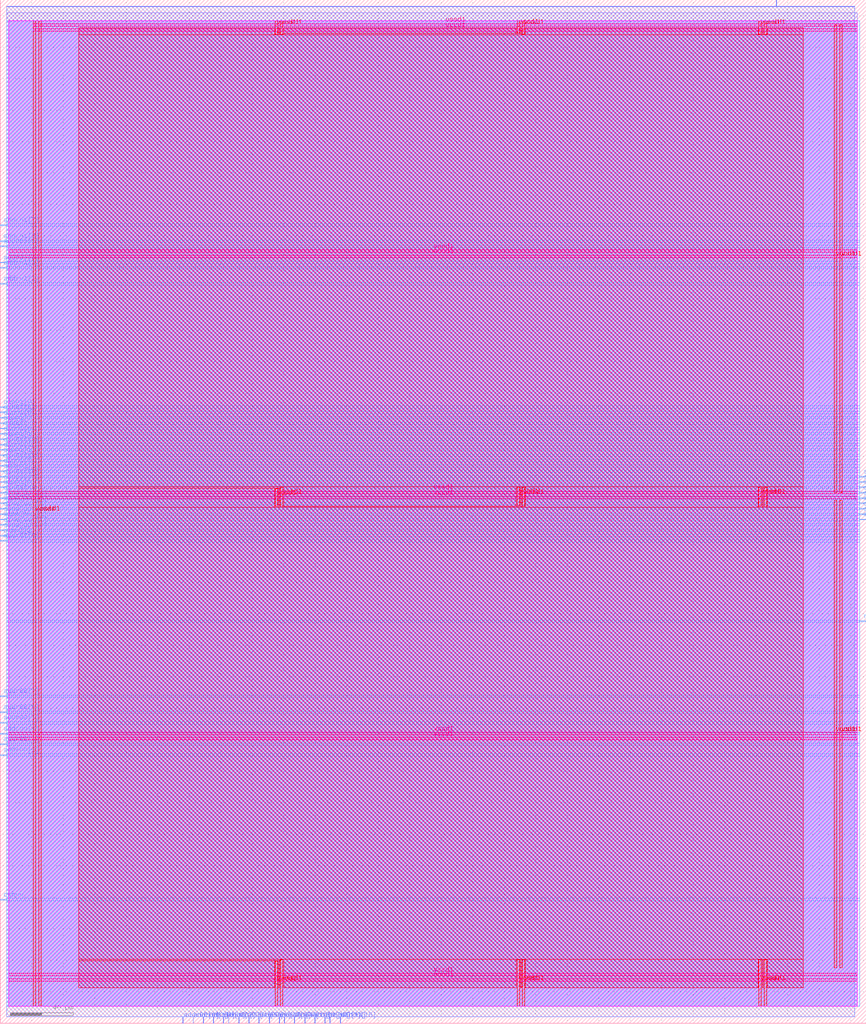
<source format=lef>
VERSION 5.7 ;
  NOWIREEXTENSIONATPIN ON ;
  DIVIDERCHAR "/" ;
  BUSBITCHARS "[]" ;
MACRO counter
  CLASS BLOCK ;
  FOREIGN counter ;
  ORIGIN 0.000 0.000 ;
  SIZE 550.000 BY 650.000 ;
  PIN addr00[0]
    DIRECTION INPUT ;
    USE SIGNAL ;
    ANTENNAGATEAREA 0.631200 ;
    ANTENNADIFFAREA 0.434700 ;
    PORT
      LAYER met2 ;
        RECT 116.010 0.000 116.290 4.000 ;
    END
  END addr00[0]
  PIN addr00[1]
    DIRECTION INPUT ;
    USE SIGNAL ;
    ANTENNAGATEAREA 0.631200 ;
    ANTENNADIFFAREA 0.434700 ;
    PORT
      LAYER met2 ;
        RECT 122.450 0.000 122.730 4.000 ;
    END
  END addr00[1]
  PIN addr00[2]
    DIRECTION INPUT ;
    USE SIGNAL ;
    ANTENNAGATEAREA 0.631200 ;
    ANTENNADIFFAREA 0.434700 ;
    PORT
      LAYER met3 ;
        RECT 0.000 170.040 4.000 170.640 ;
    END
  END addr00[2]
  PIN addr00[3]
    DIRECTION INPUT ;
    USE SIGNAL ;
    ANTENNAGATEAREA 0.631200 ;
    ANTENNADIFFAREA 0.434700 ;
    PORT
      LAYER met3 ;
        RECT 0.000 176.840 4.000 177.440 ;
    END
  END addr00[3]
  PIN addr00[4]
    DIRECTION INPUT ;
    USE SIGNAL ;
    ANTENNAGATEAREA 0.631200 ;
    ANTENNADIFFAREA 0.434700 ;
    PORT
      LAYER met3 ;
        RECT 0.000 183.640 4.000 184.240 ;
    END
  END addr00[4]
  PIN addr00[5]
    DIRECTION INPUT ;
    USE SIGNAL ;
    ANTENNAGATEAREA 0.631200 ;
    ANTENNADIFFAREA 0.434700 ;
    PORT
      LAYER met3 ;
        RECT 0.000 190.440 4.000 191.040 ;
    END
  END addr00[5]
  PIN addr00[6]
    DIRECTION INPUT ;
    USE SIGNAL ;
    ANTENNAGATEAREA 0.631200 ;
    ANTENNADIFFAREA 0.434700 ;
    PORT
      LAYER met3 ;
        RECT 0.000 197.240 4.000 197.840 ;
    END
  END addr00[6]
  PIN addr00[7]
    DIRECTION INPUT ;
    USE SIGNAL ;
    ANTENNAGATEAREA 0.631200 ;
    ANTENNADIFFAREA 0.434700 ;
    PORT
      LAYER met3 ;
        RECT 0.000 207.440 4.000 208.040 ;
    END
  END addr00[7]
  PIN addr01[0]
    DIRECTION INPUT ;
    USE SIGNAL ;
    ANTENNAGATEAREA 0.647700 ;
    ANTENNADIFFAREA 0.434700 ;
    PORT
      LAYER met3 ;
        RECT 0.000 306.040 4.000 306.640 ;
    END
  END addr01[0]
  PIN addr01[1]
    DIRECTION INPUT ;
    USE SIGNAL ;
    ANTENNAGATEAREA 0.560700 ;
    ANTENNADIFFAREA 0.434700 ;
    PORT
      LAYER met3 ;
        RECT 0.000 350.240 4.000 350.840 ;
    END
  END addr01[1]
  PIN addr01[2]
    DIRECTION INPUT ;
    USE SIGNAL ;
    ANTENNAGATEAREA 0.631200 ;
    ANTENNADIFFAREA 0.434700 ;
    PORT
      LAYER met3 ;
        RECT 0.000 469.240 4.000 469.840 ;
    END
  END addr01[2]
  PIN addr01[3]
    DIRECTION INPUT ;
    USE SIGNAL ;
    ANTENNAGATEAREA 0.631200 ;
    ANTENNADIFFAREA 0.434700 ;
    PORT
      LAYER met3 ;
        RECT 0.000 479.440 4.000 480.040 ;
    END
  END addr01[3]
  PIN addr01[4]
    DIRECTION INPUT ;
    USE SIGNAL ;
    ANTENNAGATEAREA 0.631200 ;
    ANTENNADIFFAREA 0.434700 ;
    PORT
      LAYER met3 ;
        RECT 0.000 482.840 4.000 483.440 ;
    END
  END addr01[4]
  PIN addr01[5]
    DIRECTION INPUT ;
    USE SIGNAL ;
    ANTENNAGATEAREA 0.631200 ;
    ANTENNADIFFAREA 0.434700 ;
    PORT
      LAYER met3 ;
        RECT 0.000 493.040 4.000 493.640 ;
    END
  END addr01[5]
  PIN addr01[6]
    DIRECTION INPUT ;
    USE SIGNAL ;
    ANTENNAGATEAREA 0.631200 ;
    ANTENNADIFFAREA 0.434700 ;
    PORT
      LAYER met3 ;
        RECT 0.000 496.440 4.000 497.040 ;
    END
  END addr01[6]
  PIN addr01[7]
    DIRECTION INPUT ;
    USE SIGNAL ;
    ANTENNAGATEAREA 0.631200 ;
    ANTENNADIFFAREA 0.434700 ;
    PORT
      LAYER met3 ;
        RECT 0.000 506.640 4.000 507.240 ;
    END
  END addr01[7]
  PIN clk
    DIRECTION INPUT ;
    USE SIGNAL ;
    ANTENNAGATEAREA 1.286700 ;
    ANTENNADIFFAREA 0.434700 ;
    PORT
      LAYER met2 ;
        RECT 492.750 646.000 493.030 650.000 ;
    END
  END clk
  PIN csb00
    DIRECTION INPUT ;
    USE SIGNAL ;
    ANTENNAGATEAREA 0.631200 ;
    ANTENNADIFFAREA 0.434700 ;
    PORT
      LAYER met3 ;
        RECT 0.000 78.240 4.000 78.840 ;
    END
  END csb00
  PIN csb01
    DIRECTION INPUT ;
    USE SIGNAL ;
    ANTENNAGATEAREA 0.631200 ;
    ANTENNADIFFAREA 0.434700 ;
    PORT
      LAYER met3 ;
        RECT 0.000 377.440 4.000 378.040 ;
    END
  END csb01
  PIN din00[0]
    DIRECTION INPUT ;
    USE SIGNAL ;
    ANTENNAGATEAREA 0.631200 ;
    ANTENNADIFFAREA 0.434700 ;
    PORT
      LAYER met2 ;
        RECT 128.890 0.000 129.170 4.000 ;
    END
  END din00[0]
  PIN din00[10]
    DIRECTION INPUT ;
    USE SIGNAL ;
    ANTENNAGATEAREA 0.631200 ;
    ANTENNADIFFAREA 0.434700 ;
    PORT
      LAYER met2 ;
        RECT 186.850 0.000 187.130 4.000 ;
    END
  END din00[10]
  PIN din00[11]
    DIRECTION INPUT ;
    USE SIGNAL ;
    ANTENNAGATEAREA 0.631200 ;
    ANTENNADIFFAREA 0.434700 ;
    PORT
      LAYER met2 ;
        RECT 193.290 0.000 193.570 4.000 ;
    END
  END din00[11]
  PIN din00[12]
    DIRECTION INPUT ;
    USE SIGNAL ;
    ANTENNAGATEAREA 0.631200 ;
    ANTENNADIFFAREA 0.434700 ;
    PORT
      LAYER met2 ;
        RECT 199.730 0.000 200.010 4.000 ;
    END
  END din00[12]
  PIN din00[13]
    DIRECTION INPUT ;
    USE SIGNAL ;
    ANTENNAGATEAREA 0.631200 ;
    ANTENNADIFFAREA 0.434700 ;
    PORT
      LAYER met2 ;
        RECT 206.170 0.000 206.450 4.000 ;
    END
  END din00[13]
  PIN din00[14]
    DIRECTION INPUT ;
    USE SIGNAL ;
    ANTENNAGATEAREA 0.631200 ;
    ANTENNADIFFAREA 0.434700 ;
    PORT
      LAYER met2 ;
        RECT 209.390 0.000 209.670 4.000 ;
    END
  END din00[14]
  PIN din00[15]
    DIRECTION INPUT ;
    USE SIGNAL ;
    ANTENNAGATEAREA 0.631200 ;
    ANTENNADIFFAREA 0.434700 ;
    PORT
      LAYER met2 ;
        RECT 215.830 0.000 216.110 4.000 ;
    END
  END din00[15]
  PIN din00[1]
    DIRECTION INPUT ;
    USE SIGNAL ;
    ANTENNAGATEAREA 0.631200 ;
    ANTENNADIFFAREA 0.434700 ;
    PORT
      LAYER met2 ;
        RECT 135.330 0.000 135.610 4.000 ;
    END
  END din00[1]
  PIN din00[2]
    DIRECTION INPUT ;
    USE SIGNAL ;
    ANTENNAGATEAREA 0.631200 ;
    ANTENNADIFFAREA 0.434700 ;
    PORT
      LAYER met2 ;
        RECT 141.770 0.000 142.050 4.000 ;
    END
  END din00[2]
  PIN din00[3]
    DIRECTION INPUT ;
    USE SIGNAL ;
    ANTENNAGATEAREA 0.631200 ;
    ANTENNADIFFAREA 0.434700 ;
    PORT
      LAYER met2 ;
        RECT 144.990 0.000 145.270 4.000 ;
    END
  END din00[3]
  PIN din00[4]
    DIRECTION INPUT ;
    USE SIGNAL ;
    ANTENNAGATEAREA 0.631200 ;
    ANTENNADIFFAREA 0.434700 ;
    PORT
      LAYER met2 ;
        RECT 151.430 0.000 151.710 4.000 ;
    END
  END din00[4]
  PIN din00[5]
    DIRECTION INPUT ;
    USE SIGNAL ;
    ANTENNAGATEAREA 0.631200 ;
    ANTENNADIFFAREA 0.434700 ;
    PORT
      LAYER met2 ;
        RECT 157.870 0.000 158.150 4.000 ;
    END
  END din00[5]
  PIN din00[6]
    DIRECTION INPUT ;
    USE SIGNAL ;
    ANTENNAGATEAREA 0.631200 ;
    ANTENNADIFFAREA 0.434700 ;
    PORT
      LAYER met2 ;
        RECT 164.310 0.000 164.590 4.000 ;
    END
  END din00[6]
  PIN din00[7]
    DIRECTION INPUT ;
    USE SIGNAL ;
    ANTENNAGATEAREA 0.631200 ;
    ANTENNADIFFAREA 0.434700 ;
    PORT
      LAYER met2 ;
        RECT 170.750 0.000 171.030 4.000 ;
    END
  END din00[7]
  PIN din00[8]
    DIRECTION INPUT ;
    USE SIGNAL ;
    ANTENNAGATEAREA 0.631200 ;
    ANTENNADIFFAREA 0.434700 ;
    PORT
      LAYER met2 ;
        RECT 177.190 0.000 177.470 4.000 ;
    END
  END din00[8]
  PIN din00[9]
    DIRECTION INPUT ;
    USE SIGNAL ;
    ANTENNAGATEAREA 0.631200 ;
    ANTENNADIFFAREA 0.434700 ;
    PORT
      LAYER met2 ;
        RECT 180.410 0.000 180.690 4.000 ;
    END
  END din00[9]
  PIN din01[0]
    DIRECTION INPUT ;
    USE SIGNAL ;
    ANTENNAGATEAREA 0.647700 ;
    ANTENNADIFFAREA 0.434700 ;
    PORT
      LAYER met3 ;
        RECT 0.000 340.040 4.000 340.640 ;
    END
  END din01[0]
  PIN din01[10]
    DIRECTION INPUT ;
    USE SIGNAL ;
    ANTENNAGATEAREA 0.647700 ;
    ANTENNADIFFAREA 0.434700 ;
    PORT
      LAYER met3 ;
        RECT 0.000 346.840 4.000 347.440 ;
    END
  END din01[10]
  PIN din01[11]
    DIRECTION INPUT ;
    USE SIGNAL ;
    ANTENNAGATEAREA 0.647700 ;
    ANTENNADIFFAREA 0.434700 ;
    PORT
      LAYER met3 ;
        RECT 0.000 357.040 4.000 357.640 ;
    END
  END din01[11]
  PIN din01[12]
    DIRECTION INPUT ;
    USE SIGNAL ;
    ANTENNAGATEAREA 0.647700 ;
    ANTENNADIFFAREA 0.434700 ;
    PORT
      LAYER met3 ;
        RECT 0.000 360.440 4.000 361.040 ;
    END
  END din01[12]
  PIN din01[13]
    DIRECTION INPUT ;
    USE SIGNAL ;
    ANTENNAGATEAREA 0.647700 ;
    ANTENNADIFFAREA 0.434700 ;
    PORT
      LAYER met3 ;
        RECT 0.000 363.840 4.000 364.440 ;
    END
  END din01[13]
  PIN din01[14]
    DIRECTION INPUT ;
    USE SIGNAL ;
    ANTENNAGATEAREA 0.647700 ;
    ANTENNADIFFAREA 0.434700 ;
    PORT
      LAYER met3 ;
        RECT 0.000 343.440 4.000 344.040 ;
    END
  END din01[14]
  PIN din01[15]
    DIRECTION INPUT ;
    USE SIGNAL ;
    ANTENNAGATEAREA 0.593700 ;
    ANTENNADIFFAREA 0.434700 ;
    PORT
      LAYER met3 ;
        RECT 0.000 367.240 4.000 367.840 ;
    END
  END din01[15]
  PIN din01[1]
    DIRECTION INPUT ;
    USE SIGNAL ;
    ANTENNAGATEAREA 0.647700 ;
    ANTENNADIFFAREA 0.434700 ;
    PORT
      LAYER met3 ;
        RECT 0.000 370.640 4.000 371.240 ;
    END
  END din01[1]
  PIN din01[2]
    DIRECTION INPUT ;
    USE SIGNAL ;
    ANTENNAGATEAREA 0.647700 ;
    ANTENNADIFFAREA 0.434700 ;
    PORT
      LAYER met3 ;
        RECT 0.000 309.440 4.000 310.040 ;
    END
  END din01[2]
  PIN din01[3]
    DIRECTION INPUT ;
    USE SIGNAL ;
    ANTENNAGATEAREA 0.647700 ;
    ANTENNADIFFAREA 0.434700 ;
    PORT
      LAYER met3 ;
        RECT 0.000 380.840 4.000 381.440 ;
    END
  END din01[3]
  PIN din01[4]
    DIRECTION INPUT ;
    USE SIGNAL ;
    ANTENNAGATEAREA 0.647700 ;
    ANTENNADIFFAREA 0.434700 ;
    PORT
      LAYER met3 ;
        RECT 0.000 336.640 4.000 337.240 ;
    END
  END din01[4]
  PIN din01[5]
    DIRECTION INPUT ;
    USE SIGNAL ;
    ANTENNAGATEAREA 0.647700 ;
    ANTENNADIFFAREA 0.434700 ;
    PORT
      LAYER met3 ;
        RECT 0.000 384.240 4.000 384.840 ;
    END
  END din01[5]
  PIN din01[6]
    DIRECTION INPUT ;
    USE SIGNAL ;
    ANTENNAGATEAREA 0.647700 ;
    ANTENNADIFFAREA 0.434700 ;
    PORT
      LAYER met3 ;
        RECT 0.000 387.640 4.000 388.240 ;
    END
  END din01[6]
  PIN din01[7]
    DIRECTION INPUT ;
    USE SIGNAL ;
    ANTENNAGATEAREA 0.647700 ;
    ANTENNADIFFAREA 0.434700 ;
    PORT
      LAYER met3 ;
        RECT 0.000 353.640 4.000 354.240 ;
    END
  END din01[7]
  PIN din01[8]
    DIRECTION INPUT ;
    USE SIGNAL ;
    ANTENNAGATEAREA 0.647700 ;
    ANTENNADIFFAREA 0.434700 ;
    PORT
      LAYER met3 ;
        RECT 0.000 374.040 4.000 374.640 ;
    END
  END din01[8]
  PIN din01[9]
    DIRECTION INPUT ;
    USE SIGNAL ;
    ANTENNAGATEAREA 0.647700 ;
    ANTENNADIFFAREA 0.434700 ;
    PORT
      LAYER met3 ;
        RECT 0.000 391.040 4.000 391.640 ;
    END
  END din01[9]
  PIN rst
    DIRECTION INPUT ;
    USE SIGNAL ;
    ANTENNAGATEAREA 0.631200 ;
    ANTENNADIFFAREA 0.434700 ;
    PORT
      LAYER met3 ;
        RECT 546.000 255.040 550.000 255.640 ;
    END
  END rst
  PIN sine_out[0]
    DIRECTION OUTPUT ;
    USE SIGNAL ;
    ANTENNADIFFAREA 0.340600 ;
    PORT
      LAYER met3 ;
        RECT 0.000 312.840 4.000 313.440 ;
    END
  END sine_out[0]
  PIN sine_out[10]
    DIRECTION OUTPUT ;
    USE SIGNAL ;
    ANTENNADIFFAREA 0.340600 ;
    PORT
      LAYER met3 ;
        RECT 546.000 319.640 550.000 320.240 ;
    END
  END sine_out[10]
  PIN sine_out[11]
    DIRECTION OUTPUT ;
    USE SIGNAL ;
    ANTENNADIFFAREA 0.340600 ;
    PORT
      LAYER met3 ;
        RECT 546.000 346.840 550.000 347.440 ;
    END
  END sine_out[11]
  PIN sine_out[12]
    DIRECTION OUTPUT ;
    USE SIGNAL ;
    ANTENNADIFFAREA 0.340600 ;
    PORT
      LAYER met3 ;
        RECT 546.000 329.840 550.000 330.440 ;
    END
  END sine_out[12]
  PIN sine_out[13]
    DIRECTION OUTPUT ;
    USE SIGNAL ;
    ANTENNADIFFAREA 0.340600 ;
    PORT
      LAYER met3 ;
        RECT 546.000 326.440 550.000 327.040 ;
    END
  END sine_out[13]
  PIN sine_out[14]
    DIRECTION OUTPUT ;
    USE SIGNAL ;
    ANTENNADIFFAREA 0.340600 ;
    PORT
      LAYER met3 ;
        RECT 546.000 340.040 550.000 340.640 ;
    END
  END sine_out[14]
  PIN sine_out[15]
    DIRECTION OUTPUT ;
    USE SIGNAL ;
    ANTENNADIFFAREA 0.340600 ;
    PORT
      LAYER met3 ;
        RECT 546.000 336.640 550.000 337.240 ;
    END
  END sine_out[15]
  PIN sine_out[1]
    DIRECTION OUTPUT ;
    USE SIGNAL ;
    ANTENNADIFFAREA 0.340600 ;
    PORT
      LAYER met3 ;
        RECT 0.000 319.640 4.000 320.240 ;
    END
  END sine_out[1]
  PIN sine_out[2]
    DIRECTION OUTPUT ;
    USE SIGNAL ;
    ANTENNADIFFAREA 0.340600 ;
    PORT
      LAYER met3 ;
        RECT 0.000 316.240 4.000 316.840 ;
    END
  END sine_out[2]
  PIN sine_out[3]
    DIRECTION OUTPUT ;
    USE SIGNAL ;
    ANTENNADIFFAREA 0.340600 ;
    PORT
      LAYER met3 ;
        RECT 0.000 323.040 4.000 323.640 ;
    END
  END sine_out[3]
  PIN sine_out[4]
    DIRECTION OUTPUT ;
    USE SIGNAL ;
    ANTENNADIFFAREA 0.340600 ;
    PORT
      LAYER met3 ;
        RECT 0.000 329.840 4.000 330.440 ;
    END
  END sine_out[4]
  PIN sine_out[5]
    DIRECTION OUTPUT ;
    USE SIGNAL ;
    ANTENNADIFFAREA 0.340600 ;
    PORT
      LAYER met3 ;
        RECT 0.000 333.240 4.000 333.840 ;
    END
  END sine_out[5]
  PIN sine_out[6]
    DIRECTION OUTPUT ;
    USE SIGNAL ;
    ANTENNADIFFAREA 0.340600 ;
    PORT
      LAYER met3 ;
        RECT 0.000 326.440 4.000 327.040 ;
    END
  END sine_out[6]
  PIN sine_out[7]
    DIRECTION OUTPUT ;
    USE SIGNAL ;
    ANTENNADIFFAREA 0.340600 ;
    PORT
      LAYER met3 ;
        RECT 546.000 323.040 550.000 323.640 ;
    END
  END sine_out[7]
  PIN sine_out[8]
    DIRECTION OUTPUT ;
    USE SIGNAL ;
    ANTENNADIFFAREA 0.340600 ;
    PORT
      LAYER met3 ;
        RECT 546.000 333.240 550.000 333.840 ;
    END
  END sine_out[8]
  PIN sine_out[9]
    DIRECTION OUTPUT ;
    USE SIGNAL ;
    ANTENNADIFFAREA 0.340600 ;
    PORT
      LAYER met3 ;
        RECT 546.000 343.440 550.000 344.040 ;
    END
  END sine_out[9]
  PIN vccd1
    DIRECTION INOUT ;
    USE POWER ;
    PORT
      LAYER met4 ;
        RECT 21.040 10.640 22.640 636.720 ;
    END
    PORT
      LAYER met4 ;
        RECT 174.640 10.640 176.240 39.400 ;
    END
    PORT
      LAYER met4 ;
        RECT 174.640 328.250 176.240 339.400 ;
    END
    PORT
      LAYER met4 ;
        RECT 174.640 628.250 176.240 636.720 ;
    END
    PORT
      LAYER met4 ;
        RECT 328.240 10.640 329.840 40.320 ;
    END
    PORT
      LAYER met4 ;
        RECT 328.240 328.880 329.840 340.320 ;
    END
    PORT
      LAYER met4 ;
        RECT 328.240 629.170 329.840 636.720 ;
    END
    PORT
      LAYER met4 ;
        RECT 481.840 10.640 483.440 40.320 ;
    END
    PORT
      LAYER met4 ;
        RECT 481.840 328.250 483.440 340.320 ;
    END
    PORT
      LAYER met4 ;
        RECT 481.840 628.250 483.440 636.720 ;
    END
    PORT
      LAYER met5 ;
        RECT 5.280 26.730 544.420 28.330 ;
    END
    PORT
      LAYER met5 ;
        RECT 5.280 179.910 544.420 181.510 ;
    END
    PORT
      LAYER met5 ;
        RECT 5.280 333.090 544.420 334.690 ;
    END
    PORT
      LAYER met5 ;
        RECT 5.280 486.270 544.420 487.870 ;
    END
    PORT
      LAYER met4 ;
        RECT 529.580 35.120 531.180 332.080 ;
    END
    PORT
      LAYER met4 ;
        RECT 529.580 337.040 531.180 634.000 ;
    END
    PORT
      LAYER met5 ;
        RECT 21.040 629.900 544.420 631.500 ;
    END
  END vccd1
  PIN vssd1
    DIRECTION INOUT ;
    USE GROUND ;
    PORT
      LAYER met4 ;
        RECT 24.340 10.640 25.940 636.720 ;
    END
    PORT
      LAYER met4 ;
        RECT 177.940 10.640 179.540 40.320 ;
    END
    PORT
      LAYER met4 ;
        RECT 177.940 328.250 179.540 340.320 ;
    END
    PORT
      LAYER met4 ;
        RECT 177.940 628.250 179.540 636.720 ;
    END
    PORT
      LAYER met4 ;
        RECT 331.540 10.640 333.140 40.320 ;
    END
    PORT
      LAYER met4 ;
        RECT 331.540 328.250 333.140 340.320 ;
    END
    PORT
      LAYER met4 ;
        RECT 331.540 628.250 333.140 636.720 ;
    END
    PORT
      LAYER met4 ;
        RECT 485.140 10.640 486.740 40.320 ;
    END
    PORT
      LAYER met4 ;
        RECT 485.140 328.250 486.740 340.320 ;
    END
    PORT
      LAYER met4 ;
        RECT 485.140 628.250 486.740 636.720 ;
    END
    PORT
      LAYER met5 ;
        RECT 5.280 30.030 544.420 31.630 ;
    END
    PORT
      LAYER met5 ;
        RECT 5.280 183.210 544.420 184.810 ;
    END
    PORT
      LAYER met5 ;
        RECT 5.280 336.390 544.420 337.990 ;
    END
    PORT
      LAYER met5 ;
        RECT 5.280 489.570 544.420 491.170 ;
    END
    PORT
      LAYER met4 ;
        RECT 533.260 35.120 534.860 332.080 ;
    END
    PORT
      LAYER met4 ;
        RECT 533.260 337.040 534.860 634.000 ;
    END
    PORT
      LAYER met5 ;
        RECT 21.040 633.300 544.420 634.900 ;
    END
  END vssd1
  OBS
      LAYER nwell ;
        RECT 5.330 10.795 544.370 636.565 ;
      LAYER li1 ;
        RECT 5.520 10.795 544.180 636.565 ;
      LAYER met1 ;
        RECT 4.210 10.640 544.180 641.880 ;
      LAYER met2 ;
        RECT 4.230 645.720 492.470 646.000 ;
        RECT 493.310 645.720 542.710 646.000 ;
        RECT 4.230 4.280 542.710 645.720 ;
        RECT 4.230 4.000 115.730 4.280 ;
        RECT 116.570 4.000 122.170 4.280 ;
        RECT 123.010 4.000 128.610 4.280 ;
        RECT 129.450 4.000 135.050 4.280 ;
        RECT 135.890 4.000 141.490 4.280 ;
        RECT 142.330 4.000 144.710 4.280 ;
        RECT 145.550 4.000 151.150 4.280 ;
        RECT 151.990 4.000 157.590 4.280 ;
        RECT 158.430 4.000 164.030 4.280 ;
        RECT 164.870 4.000 170.470 4.280 ;
        RECT 171.310 4.000 176.910 4.280 ;
        RECT 177.750 4.000 180.130 4.280 ;
        RECT 180.970 4.000 186.570 4.280 ;
        RECT 187.410 4.000 193.010 4.280 ;
        RECT 193.850 4.000 199.450 4.280 ;
        RECT 200.290 4.000 205.890 4.280 ;
        RECT 206.730 4.000 209.110 4.280 ;
        RECT 209.950 4.000 215.550 4.280 ;
        RECT 216.390 4.000 542.710 4.280 ;
      LAYER met3 ;
        RECT 3.990 507.640 546.000 636.645 ;
        RECT 4.400 506.240 546.000 507.640 ;
        RECT 3.990 497.440 546.000 506.240 ;
        RECT 4.400 496.040 546.000 497.440 ;
        RECT 3.990 494.040 546.000 496.040 ;
        RECT 4.400 492.640 546.000 494.040 ;
        RECT 3.990 483.840 546.000 492.640 ;
        RECT 4.400 482.440 546.000 483.840 ;
        RECT 3.990 480.440 546.000 482.440 ;
        RECT 4.400 479.040 546.000 480.440 ;
        RECT 3.990 470.240 546.000 479.040 ;
        RECT 4.400 468.840 546.000 470.240 ;
        RECT 3.990 392.040 546.000 468.840 ;
        RECT 4.400 390.640 546.000 392.040 ;
        RECT 3.990 388.640 546.000 390.640 ;
        RECT 4.400 387.240 546.000 388.640 ;
        RECT 3.990 385.240 546.000 387.240 ;
        RECT 4.400 383.840 546.000 385.240 ;
        RECT 3.990 381.840 546.000 383.840 ;
        RECT 4.400 380.440 546.000 381.840 ;
        RECT 3.990 378.440 546.000 380.440 ;
        RECT 4.400 377.040 546.000 378.440 ;
        RECT 3.990 375.040 546.000 377.040 ;
        RECT 4.400 373.640 546.000 375.040 ;
        RECT 3.990 371.640 546.000 373.640 ;
        RECT 4.400 370.240 546.000 371.640 ;
        RECT 3.990 368.240 546.000 370.240 ;
        RECT 4.400 366.840 546.000 368.240 ;
        RECT 3.990 364.840 546.000 366.840 ;
        RECT 4.400 363.440 546.000 364.840 ;
        RECT 3.990 361.440 546.000 363.440 ;
        RECT 4.400 360.040 546.000 361.440 ;
        RECT 3.990 358.040 546.000 360.040 ;
        RECT 4.400 356.640 546.000 358.040 ;
        RECT 3.990 354.640 546.000 356.640 ;
        RECT 4.400 353.240 546.000 354.640 ;
        RECT 3.990 351.240 546.000 353.240 ;
        RECT 4.400 349.840 546.000 351.240 ;
        RECT 3.990 347.840 546.000 349.840 ;
        RECT 4.400 346.440 545.600 347.840 ;
        RECT 3.990 344.440 546.000 346.440 ;
        RECT 4.400 343.040 545.600 344.440 ;
        RECT 3.990 341.040 546.000 343.040 ;
        RECT 4.400 339.640 545.600 341.040 ;
        RECT 3.990 337.640 546.000 339.640 ;
        RECT 4.400 336.240 545.600 337.640 ;
        RECT 3.990 334.240 546.000 336.240 ;
        RECT 4.400 332.840 545.600 334.240 ;
        RECT 3.990 330.840 546.000 332.840 ;
        RECT 4.400 329.440 545.600 330.840 ;
        RECT 3.990 327.440 546.000 329.440 ;
        RECT 4.400 326.040 545.600 327.440 ;
        RECT 3.990 324.040 546.000 326.040 ;
        RECT 4.400 322.640 545.600 324.040 ;
        RECT 3.990 320.640 546.000 322.640 ;
        RECT 4.400 319.240 545.600 320.640 ;
        RECT 3.990 317.240 546.000 319.240 ;
        RECT 4.400 315.840 546.000 317.240 ;
        RECT 3.990 313.840 546.000 315.840 ;
        RECT 4.400 312.440 546.000 313.840 ;
        RECT 3.990 310.440 546.000 312.440 ;
        RECT 4.400 309.040 546.000 310.440 ;
        RECT 3.990 307.040 546.000 309.040 ;
        RECT 4.400 305.640 546.000 307.040 ;
        RECT 3.990 256.040 546.000 305.640 ;
        RECT 3.990 254.640 545.600 256.040 ;
        RECT 3.990 208.440 546.000 254.640 ;
        RECT 4.400 207.040 546.000 208.440 ;
        RECT 3.990 198.240 546.000 207.040 ;
        RECT 4.400 196.840 546.000 198.240 ;
        RECT 3.990 191.440 546.000 196.840 ;
        RECT 4.400 190.040 546.000 191.440 ;
        RECT 3.990 184.640 546.000 190.040 ;
        RECT 4.400 183.240 546.000 184.640 ;
        RECT 3.990 177.840 546.000 183.240 ;
        RECT 4.400 176.440 546.000 177.840 ;
        RECT 3.990 171.040 546.000 176.440 ;
        RECT 4.400 169.640 546.000 171.040 ;
        RECT 3.990 79.240 546.000 169.640 ;
        RECT 4.400 77.840 546.000 79.240 ;
        RECT 3.990 10.715 546.000 77.840 ;
      LAYER met4 ;
        RECT 50.000 627.850 174.240 632.225 ;
        RECT 176.640 627.850 177.540 632.225 ;
        RECT 179.940 628.770 327.840 632.225 ;
        RECT 330.240 628.770 331.140 632.225 ;
        RECT 179.940 627.850 331.140 628.770 ;
        RECT 333.540 627.850 481.440 632.225 ;
        RECT 483.840 627.850 484.740 632.225 ;
        RECT 487.140 627.850 509.900 632.225 ;
        RECT 50.000 340.720 509.900 627.850 ;
        RECT 50.000 339.800 177.540 340.720 ;
        RECT 50.000 327.850 174.240 339.800 ;
        RECT 176.640 327.850 177.540 339.800 ;
        RECT 179.940 328.480 327.840 340.720 ;
        RECT 330.240 328.480 331.140 340.720 ;
        RECT 179.940 327.850 331.140 328.480 ;
        RECT 333.540 327.850 481.440 340.720 ;
        RECT 483.840 327.850 484.740 340.720 ;
        RECT 487.140 327.850 509.900 340.720 ;
        RECT 50.000 40.720 509.900 327.850 ;
        RECT 50.000 39.800 177.540 40.720 ;
        RECT 50.000 22.615 174.240 39.800 ;
        RECT 176.640 22.615 177.540 39.800 ;
        RECT 179.940 22.615 327.840 40.720 ;
        RECT 330.240 22.615 331.140 40.720 ;
        RECT 333.540 22.615 481.440 40.720 ;
        RECT 483.840 22.615 484.740 40.720 ;
        RECT 487.140 22.615 509.900 40.720 ;
  END
END counter
END LIBRARY


</source>
